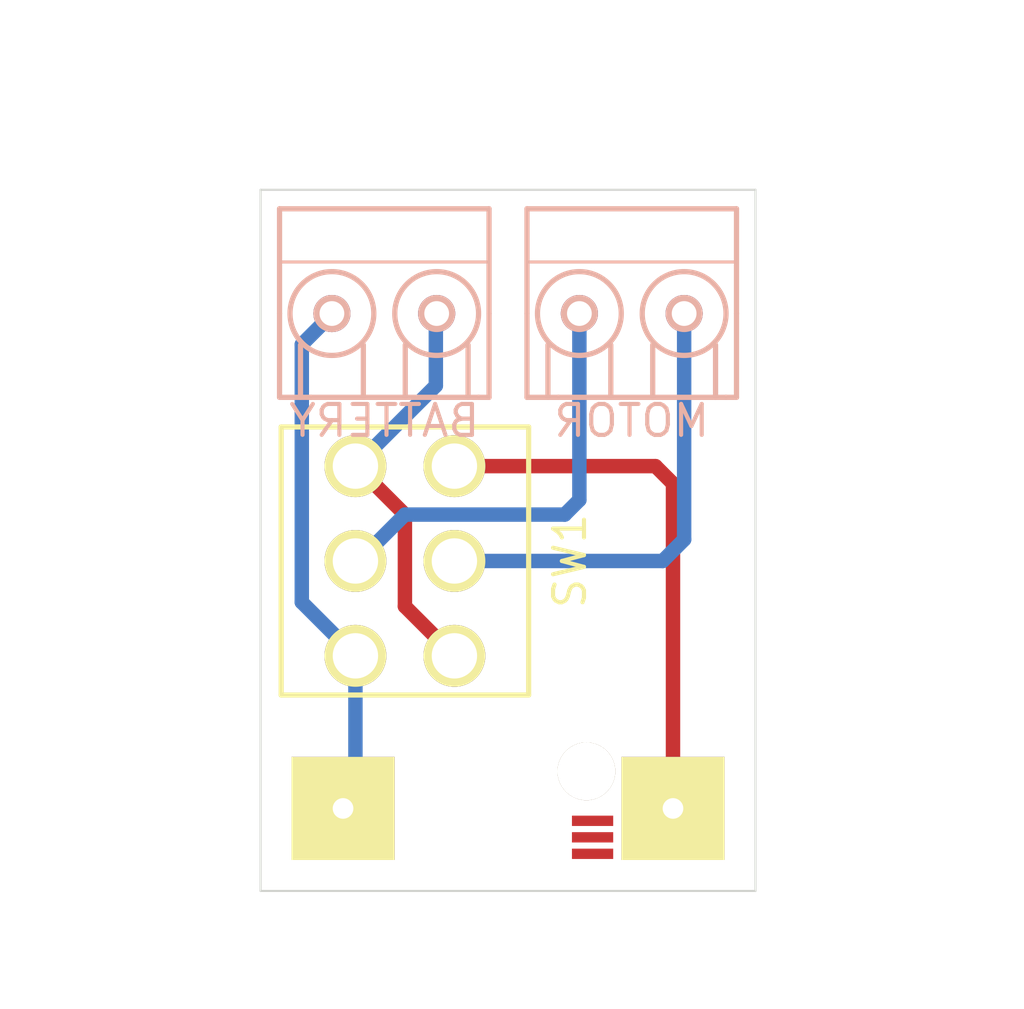
<source format=kicad_pcb>
(kicad_pcb (version 3) (host pcbnew "(2013-07-07 BZR 4022)-stable")

  (general
    (links 7)
    (no_connects 0)
    (area 282.000001 173.150001 332.000001 227.15)
    (thickness 1.6)
    (drawings 13)
    (tracks 24)
    (zones 0)
    (modules 9)
    (nets 6)
  )

  (page A3)
  (layers
    (15 F.Cu signal)
    (0 B.Cu signal)
    (16 B.Adhes user hide)
    (17 F.Adhes user)
    (18 B.Paste user)
    (19 F.Paste user)
    (20 B.SilkS user)
    (21 F.SilkS user)
    (22 B.Mask user)
    (23 F.Mask user)
    (24 Dwgs.User user)
    (25 Cmts.User user)
    (26 Eco1.User user)
    (27 Eco2.User user)
    (28 Edge.Cuts user)
  )

  (setup
    (last_trace_width 0.7)
    (trace_clearance 0.3)
    (zone_clearance 0.508)
    (zone_45_only no)
    (trace_min 0.254)
    (segment_width 0.2)
    (edge_width 0.1)
    (via_size 0.889)
    (via_drill 0.635)
    (via_min_size 0.889)
    (via_min_drill 0.508)
    (uvia_size 0.508)
    (uvia_drill 0.127)
    (uvias_allowed no)
    (uvia_min_size 0.508)
    (uvia_min_drill 0.127)
    (pcb_text_width 0.3)
    (pcb_text_size 1.5 1.5)
    (mod_edge_width 0.15)
    (mod_text_size 1 1)
    (mod_text_width 0.15)
    (pad_size 2 0.5)
    (pad_drill 0)
    (pad_to_mask_clearance 0)
    (aux_axis_origin 0 0)
    (visible_elements 7FFFFFFF)
    (pcbplotparams
      (layerselection 284196865)
      (usegerberextensions true)
      (excludeedgelayer true)
      (linewidth 0.150000)
      (plotframeref false)
      (viasonmask false)
      (mode 1)
      (useauxorigin false)
      (hpglpennumber 1)
      (hpglpenspeed 20)
      (hpglpendiameter 15)
      (hpglpenoverlay 2)
      (psnegative false)
      (psa4output false)
      (plotreference true)
      (plotvalue false)
      (plotothertext false)
      (plotinvisibletext false)
      (padsonsilk false)
      (subtractmaskfromsilk false)
      (outputformat 1)
      (mirror false)
      (drillshape 0)
      (scaleselection 1)
      (outputdirectory ""))
  )

  (net 0 "")
  (net 1 N-000001)
  (net 2 N-000002)
  (net 3 N-000003)
  (net 4 N-000004)
  (net 5 N-000005)

  (net_class Default "これは標準のネット クラスです。"
    (clearance 0.3)
    (trace_width 0.7)
    (via_dia 0.889)
    (via_drill 0.635)
    (uvia_dia 0.508)
    (uvia_drill 0.127)
    (add_net "")
    (add_net N-000001)
    (add_net N-000002)
    (add_net N-000003)
    (add_net N-000004)
    (add_net N-000005)
  )

  (module SW_TOGGLE_6P_PANEL (layer F.Cu) (tedit 55BF773F) (tstamp 55BE1672)
    (at 300 200)
    (path /55BDC25A)
    (attr virtual)
    (fp_text reference SW1 (at 8 0 90) (layer F.SilkS)
      (effects (font (size 1.5 1.5) (thickness 0.2)))
    )
    (fp_text value "" (at 0.3 25.9) (layer F.SilkS) hide
      (effects (font (size 1.016 1.016) (thickness 0.0889)))
    )
    (fp_line (start 6 6.5) (end -6 6.5) (layer F.SilkS) (width 0.25))
    (fp_line (start -6 6.5) (end -6 -6.5) (layer F.SilkS) (width 0.25))
    (fp_line (start 6 -6.5) (end 6 6.5) (layer F.SilkS) (width 0.25))
    (fp_line (start -6 -6.5) (end 6 -6.5) (layer F.SilkS) (width 0.25))
    (pad 1 thru_hole circle (at -2.4 4.6) (size 3 3) (drill 2.2)
      (layers *.Cu *.Mask F.SilkS)
      (net 1 N-000001)
    )
    (pad 2 thru_hole circle (at -2.4 0) (size 3 3) (drill 2.2)
      (layers *.Cu *.Mask F.SilkS)
      (net 4 N-000004)
    )
    (pad 3 thru_hole circle (at -2.4 -4.6) (size 3 3) (drill 2.2)
      (layers *.Cu *.Mask F.SilkS)
      (net 2 N-000002)
    )
    (pad 4 thru_hole circle (at 2.4 4.6) (size 3 3) (drill 2.2)
      (layers *.Cu *.Mask F.SilkS)
      (net 2 N-000002)
    )
    (pad 5 thru_hole circle (at 2.4 0) (size 3 3) (drill 2.2)
      (layers *.Cu *.Mask F.SilkS)
      (net 5 N-000005)
    )
    (pad 6 thru_hole circle (at 2.4 -4.6) (size 3 3) (drill 2.2)
      (layers *.Cu *.Mask F.SilkS)
      (net 3 N-000003)
    )
  )

  (module PAD_1.0X5mm (layer F.Cu) (tedit 55BF77D9) (tstamp 55BF78AD)
    (at 313 212)
    (path /55BDD053)
    (fp_text reference P3_SW1 (at -1.2 -4.2) (layer F.SilkS) hide
      (effects (font (size 1.5 1.5) (thickness 0.2)))
    )
    (fp_text value CN_1P (at 0 5.08) (layer F.SilkS) hide
      (effects (font (size 1.5 1.5) (thickness 0.2)))
    )
    (pad 1 thru_hole trapezoid (at 0 0) (size 5 5) (drill 1)
      (layers *.Cu *.Mask F.SilkS)
      (net 3 N-000003)
      (clearance 0.3)
    )
  )

  (module PAD_1.0X5mm (layer F.Cu) (tedit 55BF77D3) (tstamp 55BE167C)
    (at 297 212)
    (path /55BDD062)
    (fp_text reference P4_SW1 (at 1.4 -4) (layer F.SilkS) hide
      (effects (font (size 1.5 1.5) (thickness 0.2)))
    )
    (fp_text value CN_1P (at 0 5.08) (layer F.SilkS) hide
      (effects (font (size 1.5 1.5) (thickness 0.2)))
    )
    (pad 1 thru_hole trapezoid (at 0 0) (size 5 5) (drill 1)
      (layers *.Cu *.Mask F.SilkS)
      (net 1 N-000001)
      (clearance 0.3)
    )
  )

  (module HOLE2.8mm (layer F.Cu) (tedit 55BF7774) (tstamp 55BF7FC8)
    (at 308.8 210.2)
    (fp_text reference "" (at 3.3 15.8) (layer F.SilkS) hide
      (effects (font (size 1.5 1.5) (thickness 0.2)))
    )
    (fp_text value "" (at 2.54 -1.27) (layer F.SilkS) hide
      (effects (font (size 1.5 1.5) (thickness 0.2)))
    )
    (pad "" thru_hole circle (at 0 0) (size 2.8 2.8) (drill 2.8)
      (layers *.Cu *.Mask F.SilkS)
      (clearance 0.3)
    )
  )

  (module PAD_0.5mmX2mm (layer F.Cu) (tedit 55BF77AB) (tstamp 55BF7FB6)
    (at 309.1 212.6)
    (fp_text reference "" (at 0.2 6.8) (layer F.SilkS) hide
      (effects (font (size 1 1) (thickness 0.15)))
    )
    (fp_text value "" (at -3 6.7) (layer F.SilkS) hide
      (effects (font (size 1 1) (thickness 0.15)))
    )
    (pad 1 smd trapezoid (at 0 0) (size 2 0.5)
      (layers F.Cu F.Paste F.Mask)
    )
  )

  (module PAD_0.5mmX2mm (layer F.Cu) (tedit 55BF779C) (tstamp 55BF7FBC)
    (at 309.1 214.2)
    (fp_text reference "" (at 0.2 6.2) (layer F.SilkS) hide
      (effects (font (size 1 1) (thickness 0.15)))
    )
    (fp_text value "" (at 3.3 6.3) (layer F.SilkS) hide
      (effects (font (size 1 1) (thickness 0.15)))
    )
    (pad 1 smd trapezoid (at 0 0) (size 2 0.5)
      (layers F.Cu F.Paste F.Mask)
    )
  )

  (module PAD_0.5mmX2mm (layer F.Cu) (tedit 55BF77A3) (tstamp 55BF7FB0)
    (at 309.1 213.4)
    (fp_text reference "" (at 0.2 6.5) (layer F.SilkS) hide
      (effects (font (size 1 1) (thickness 0.15)))
    )
    (fp_text value "" (at -0.5 6.9) (layer F.SilkS) hide
      (effects (font (size 1 1) (thickness 0.15)))
    )
    (pad 1 smd trapezoid (at 0 0) (size 2 0.5)
      (layers F.Cu F.Paste F.Mask)
    )
  )

  (module TERMINAL_2P (layer B.Cu) (tedit 55BF7C12) (tstamp 55BF7FF4)
    (at 299 188 180)
    (path /55BDCB79)
    (attr virtual)
    (fp_text reference BATTERY (at 0 -5.2 180) (layer B.SilkS)
      (effects (font (size 1.5 1.5) (thickness 0.2)) (justify mirror))
    )
    (fp_text value CN_2P (at 2 7 180) (layer B.SilkS) hide
      (effects (font (size 1.016 1.016) (thickness 0.0889)) (justify mirror))
    )
    (fp_line (start -5 2.5) (end 5 2.5) (layer B.SilkS) (width 0.15))
    (fp_line (start -4.064 -1.524) (end -4.064 -4.064) (layer B.SilkS) (width 0.254))
    (fp_line (start -1.016 -1.524) (end -1.016 -4.064) (layer B.SilkS) (width 0.254))
    (fp_line (start 1.016 -1.524) (end 1.016 -4.064) (layer B.SilkS) (width 0.254))
    (fp_line (start 4.064 -1.524) (end 4.064 -4.064) (layer B.SilkS) (width 0.254))
    (fp_circle (center 2.54 0) (end 4.572 0) (layer B.SilkS) (width 0.254))
    (fp_circle (center -2.54 0) (end -0.508 0) (layer B.SilkS) (width 0.254))
    (fp_line (start 5.08 0) (end 5.08 -4.064) (layer B.SilkS) (width 0.254))
    (fp_line (start 5.08 -4.064) (end 3.556 -4.064) (layer B.SilkS) (width 0.254))
    (fp_line (start 3.556 -4.064) (end -4.572 -4.064) (layer B.SilkS) (width 0.254))
    (fp_line (start -4.572 -4.064) (end -5.08 -4.064) (layer B.SilkS) (width 0.254))
    (fp_line (start -5.08 -4.064) (end -5.08 0) (layer B.SilkS) (width 0.254))
    (fp_line (start 5.08 5.08) (end -5.08 5.08) (layer B.SilkS) (width 0.254))
    (fp_line (start -5.08 5.08) (end -5.08 0) (layer B.SilkS) (width 0.254))
    (fp_line (start 5.08 5.08) (end 5.08 0) (layer B.SilkS) (width 0.254))
    (pad 1 thru_hole circle (at -2.54 0 180) (size 1.8 1.8) (drill 1.2)
      (layers *.Cu *.Mask B.SilkS)
      (net 2 N-000002)
    )
    (pad 2 thru_hole circle (at 2.54 0 180) (size 1.8 1.8) (drill 1.2)
      (layers *.Cu *.Mask B.SilkS)
      (net 1 N-000001)
    )
  )

  (module TERMINAL_2P (layer B.Cu) (tedit 55BF7C19) (tstamp 55BE164F)
    (at 311 188 180)
    (path /55BDC269)
    (attr virtual)
    (fp_text reference MOTOR (at 0 -5.2 180) (layer B.SilkS)
      (effects (font (size 1.5 1.5) (thickness 0.2)) (justify mirror))
    )
    (fp_text value CN_2P (at 2 7 180) (layer B.SilkS) hide
      (effects (font (size 1.016 1.016) (thickness 0.0889)) (justify mirror))
    )
    (fp_line (start -5 2.5) (end 5 2.5) (layer B.SilkS) (width 0.15))
    (fp_line (start -4.064 -1.524) (end -4.064 -4.064) (layer B.SilkS) (width 0.254))
    (fp_line (start -1.016 -1.524) (end -1.016 -4.064) (layer B.SilkS) (width 0.254))
    (fp_line (start 1.016 -1.524) (end 1.016 -4.064) (layer B.SilkS) (width 0.254))
    (fp_line (start 4.064 -1.524) (end 4.064 -4.064) (layer B.SilkS) (width 0.254))
    (fp_circle (center 2.54 0) (end 4.572 0) (layer B.SilkS) (width 0.254))
    (fp_circle (center -2.54 0) (end -0.508 0) (layer B.SilkS) (width 0.254))
    (fp_line (start 5.08 0) (end 5.08 -4.064) (layer B.SilkS) (width 0.254))
    (fp_line (start 5.08 -4.064) (end 3.556 -4.064) (layer B.SilkS) (width 0.254))
    (fp_line (start 3.556 -4.064) (end -4.572 -4.064) (layer B.SilkS) (width 0.254))
    (fp_line (start -4.572 -4.064) (end -5.08 -4.064) (layer B.SilkS) (width 0.254))
    (fp_line (start -5.08 -4.064) (end -5.08 0) (layer B.SilkS) (width 0.254))
    (fp_line (start 5.08 5.08) (end -5.08 5.08) (layer B.SilkS) (width 0.254))
    (fp_line (start -5.08 5.08) (end -5.08 0) (layer B.SilkS) (width 0.254))
    (fp_line (start 5.08 5.08) (end 5.08 0) (layer B.SilkS) (width 0.254))
    (pad 1 thru_hole circle (at -2.54 0 180) (size 1.8 1.8) (drill 1.2)
      (layers *.Cu *.Mask B.SilkS)
      (net 5 N-000005)
    )
    (pad 2 thru_hole circle (at 2.54 0 180) (size 1.8 1.8) (drill 1.2)
      (layers *.Cu *.Mask B.SilkS)
      (net 4 N-000004)
    )
  )

  (dimension 34 (width 0.3) (layer Eco1.User)
    (gr_text 34.0mm (at 327.35 199 90) (layer Eco1.User)
      (effects (font (size 1.5 1.5) (thickness 0.3)))
    )
    (feature1 (pts (xy 318 182) (xy 328.7 182)))
    (feature2 (pts (xy 318 216) (xy 328.7 216)))
    (crossbar (pts (xy 326 216) (xy 326 182)))
    (arrow1a (pts (xy 326 182) (xy 326.58642 183.126503)))
    (arrow1b (pts (xy 326 182) (xy 325.41358 183.126503)))
    (arrow2a (pts (xy 326 216) (xy 326.58642 214.873497)))
    (arrow2b (pts (xy 326 216) (xy 325.41358 214.873497)))
  )
  (dimension 4 (width 0.3) (layer Eco1.User)
    (gr_text 4.0 (at 323.35 214 90) (layer Eco1.User)
      (effects (font (size 1.5 1.5) (thickness 0.3)))
    )
    (feature1 (pts (xy 318 212) (xy 324.7 212)))
    (feature2 (pts (xy 318 216) (xy 324.7 216)))
    (crossbar (pts (xy 322 216) (xy 322 212)))
    (arrow1a (pts (xy 322 212) (xy 322.58642 213.126503)))
    (arrow1b (pts (xy 322 212) (xy 321.41358 213.126503)))
    (arrow2a (pts (xy 322 216) (xy 322.58642 214.873497)))
    (arrow2b (pts (xy 322 216) (xy 321.41358 214.873497)))
  )
  (dimension 24 (width 0.3) (layer Eco1.User)
    (gr_text 24.0mm (at 305 222.349999) (layer Eco1.User)
      (effects (font (size 1.5 1.5) (thickness 0.3)))
    )
    (feature1 (pts (xy 317 216) (xy 317 223.699999)))
    (feature2 (pts (xy 293 216) (xy 293 223.699999)))
    (crossbar (pts (xy 293 220.999999) (xy 317 220.999999)))
    (arrow1a (pts (xy 317 220.999999) (xy 315.873497 221.586419)))
    (arrow1b (pts (xy 317 220.999999) (xy 315.873497 220.413579)))
    (arrow2a (pts (xy 293 220.999999) (xy 294.126503 221.586419)))
    (arrow2b (pts (xy 293 220.999999) (xy 294.126503 220.413579)))
  )
  (dimension 17 (width 0.3) (layer Eco1.User)
    (gr_text 17.0mm (at 308.5 174.650001) (layer Eco1.User)
      (effects (font (size 1.5 1.5) (thickness 0.3)))
    )
    (feature1 (pts (xy 317 181) (xy 317 173.300001)))
    (feature2 (pts (xy 300 181) (xy 300 173.300001)))
    (crossbar (pts (xy 300 176.000001) (xy 317 176.000001)))
    (arrow1a (pts (xy 317 176.000001) (xy 315.873497 176.586421)))
    (arrow1b (pts (xy 317 176.000001) (xy 315.873497 175.413581)))
    (arrow2a (pts (xy 300 176.000001) (xy 301.126503 176.586421)))
    (arrow2b (pts (xy 300 176.000001) (xy 301.126503 175.413581)))
  )
  (dimension 7 (width 0.3) (layer Eco1.User)
    (gr_text 7.0mm (at 296.5 174.650001) (layer Eco1.User)
      (effects (font (size 1.5 1.5) (thickness 0.3)))
    )
    (feature1 (pts (xy 300 181) (xy 300 173.300001)))
    (feature2 (pts (xy 293 181) (xy 293 173.300001)))
    (crossbar (pts (xy 293 176.000001) (xy 300 176.000001)))
    (arrow1a (pts (xy 300 176.000001) (xy 298.873497 176.586421)))
    (arrow1b (pts (xy 300 176.000001) (xy 298.873497 175.413581)))
    (arrow2a (pts (xy 293 176.000001) (xy 294.126503 176.586421)))
    (arrow2b (pts (xy 293 176.000001) (xy 294.126503 175.413581)))
  )
  (dimension 18 (width 0.3) (layer Eco1.User)
    (gr_text 18.0mm (at 286.65 191 90) (layer Eco1.User)
      (effects (font (size 1.5 1.5) (thickness 0.3)))
    )
    (feature1 (pts (xy 292 182) (xy 285.3 182)))
    (feature2 (pts (xy 292 200) (xy 285.3 200)))
    (crossbar (pts (xy 288 200) (xy 288 182)))
    (arrow1a (pts (xy 288 182) (xy 288.58642 183.126503)))
    (arrow1b (pts (xy 288 182) (xy 287.41358 183.126503)))
    (arrow2a (pts (xy 288 200) (xy 288.58642 198.873497)))
    (arrow2b (pts (xy 288 200) (xy 287.41358 198.873497)))
  )
  (gr_line (start 293 216) (end 317 216) (angle 90) (layer Edge.Cuts) (width 0.1))
  (gr_line (start 293 182) (end 293 216) (angle 90) (layer Edge.Cuts) (width 0.1))
  (gr_line (start 317 182) (end 293 182) (angle 90) (layer Edge.Cuts) (width 0.1))
  (gr_line (start 317 216) (end 317 182) (angle 90) (layer Edge.Cuts) (width 0.1))
  (dimension 16 (width 0.3) (layer Eco1.User)
    (gr_text 16.0mm (at 286.65 208 90) (layer Eco1.User)
      (effects (font (size 1.5 1.5) (thickness 0.3)))
    )
    (feature1 (pts (xy 292 200) (xy 285.3 200)))
    (feature2 (pts (xy 292 216) (xy 285.3 216)))
    (crossbar (pts (xy 288 216) (xy 288 200)))
    (arrow1a (pts (xy 288 200) (xy 288.58642 201.126503)))
    (arrow1b (pts (xy 288 200) (xy 287.41358 201.126503)))
    (arrow2a (pts (xy 288 216) (xy 288.58642 214.873497)))
    (arrow2b (pts (xy 288 216) (xy 287.41358 214.873497)))
  )
  (gr_line (start 300 179) (end 300 218) (angle 90) (layer Eco1.User) (width 0.2))
  (gr_line (start 292 200) (end 319 200) (angle 90) (layer Eco1.User) (width 0.2))

  (segment (start 297.6 204.6) (end 297.6 211.4) (width 0.7) (layer B.Cu) (net 1))
  (segment (start 297.6 211.4) (end 297 212) (width 0.7) (layer B.Cu) (net 1) (tstamp 55BF7542))
  (segment (start 296.46 188) (end 296.46 188.04) (width 0.7) (layer B.Cu) (net 1))
  (segment (start 295 202) (end 297.6 204.6) (width 0.7) (layer B.Cu) (net 1) (tstamp 55BF73A6))
  (segment (start 295 189.5) (end 295 202) (width 0.7) (layer B.Cu) (net 1) (tstamp 55BF73A0))
  (segment (start 296.46 188.04) (end 295 189.5) (width 0.7) (layer B.Cu) (net 1) (tstamp 55BF739B))
  (segment (start 297.6 195.4) (end 297.65 195.4) (width 0.7) (layer F.Cu) (net 2))
  (segment (start 300 202.2) (end 302.4 204.6) (width 0.7) (layer F.Cu) (net 2) (tstamp 55BF73F5))
  (segment (start 300 197.75) (end 300 202.2) (width 0.7) (layer F.Cu) (net 2) (tstamp 55BF73F0))
  (segment (start 297.65 195.4) (end 300 197.75) (width 0.7) (layer F.Cu) (net 2) (tstamp 55BF73E9))
  (segment (start 297.6 195.4) (end 301.5 191.5) (width 0.7) (layer B.Cu) (net 2))
  (segment (start 301.5 188.04) (end 301.54 188) (width 0.7) (layer B.Cu) (net 2) (tstamp 55BF7394))
  (segment (start 301.5 191.5) (end 301.5 188.04) (width 0.7) (layer B.Cu) (net 2) (tstamp 55BF738E))
  (segment (start 313 196.25) (end 313 212) (width 0.7) (layer F.Cu) (net 3) (tstamp 55BF7435))
  (segment (start 312.15 195.4) (end 313 196.25) (width 0.7) (layer F.Cu) (net 3) (tstamp 55BF742E))
  (segment (start 302.4 195.4) (end 312.15 195.4) (width 0.7) (layer F.Cu) (net 3))
  (segment (start 297.6 200) (end 297.75 200) (width 0.7) (layer B.Cu) (net 4))
  (segment (start 308.46 197.04) (end 308.46 188) (width 0.7) (layer B.Cu) (net 4) (tstamp 55BF7377))
  (segment (start 307.75 197.75) (end 308.46 197.04) (width 0.7) (layer B.Cu) (net 4) (tstamp 55BF7374))
  (segment (start 300 197.75) (end 307.75 197.75) (width 0.7) (layer B.Cu) (net 4) (tstamp 55BF7370))
  (segment (start 297.75 200) (end 300 197.75) (width 0.7) (layer B.Cu) (net 4) (tstamp 55BF736C))
  (segment (start 302.4 200) (end 312.5 200) (width 0.7) (layer B.Cu) (net 5))
  (segment (start 313.54 198.96) (end 313.54 188) (width 0.7) (layer B.Cu) (net 5) (tstamp 55BF7322))
  (segment (start 312.5 200) (end 313.54 198.96) (width 0.7) (layer B.Cu) (net 5) (tstamp 55BF731F))

)

</source>
